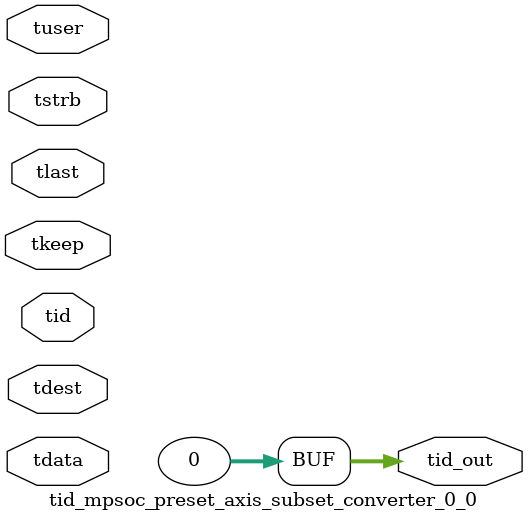
<source format=v>


`timescale 1ps/1ps

module tid_mpsoc_preset_axis_subset_converter_0_0 #
(
parameter C_S_AXIS_TID_WIDTH   = 1,
parameter C_S_AXIS_TUSER_WIDTH = 0,
parameter C_S_AXIS_TDATA_WIDTH = 0,
parameter C_S_AXIS_TDEST_WIDTH = 0,
parameter C_M_AXIS_TID_WIDTH   = 32
)
(
input  [(C_S_AXIS_TID_WIDTH   == 0 ? 1 : C_S_AXIS_TID_WIDTH)-1:0       ] tid,
input  [(C_S_AXIS_TDATA_WIDTH == 0 ? 1 : C_S_AXIS_TDATA_WIDTH)-1:0     ] tdata,
input  [(C_S_AXIS_TUSER_WIDTH == 0 ? 1 : C_S_AXIS_TUSER_WIDTH)-1:0     ] tuser,
input  [(C_S_AXIS_TDEST_WIDTH == 0 ? 1 : C_S_AXIS_TDEST_WIDTH)-1:0     ] tdest,
input  [(C_S_AXIS_TDATA_WIDTH/8)-1:0 ] tkeep,
input  [(C_S_AXIS_TDATA_WIDTH/8)-1:0 ] tstrb,
input                                                                    tlast,
output [(C_M_AXIS_TID_WIDTH   == 0 ? 1 : C_M_AXIS_TID_WIDTH)-1:0       ] tid_out
);

assign tid_out = {1'b0};

endmodule


</source>
